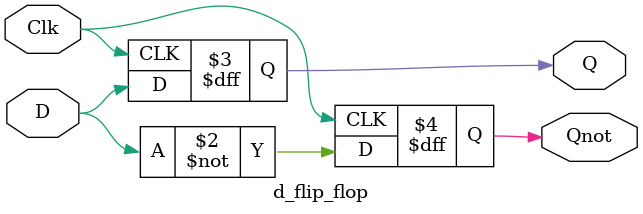
<source format=v>
module d_flip_flop (D,Clk, Q,Qnot);
	input D, Clk;
	output reg Q,Qnot;
	always @(posedge Clk) begin
		Q = D;
		Qnot = ~Q;
	end
endmodule




</source>
